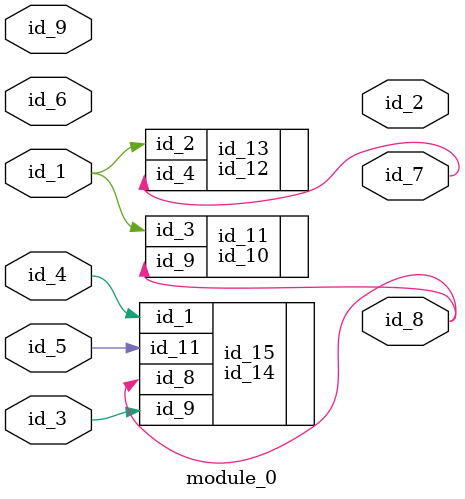
<source format=v>
module module_0 (
    id_1,
    id_2,
    id_3,
    id_4,
    id_5,
    id_6,
    id_7,
    id_8,
    id_9
);
  input id_9;
  output id_8;
  output id_7;
  input id_6;
  input id_5;
  input id_4;
  input id_3;
  output id_2;
  input id_1;
  id_10 id_11 (
      .id_9(id_8),
      .id_3(id_1)
  );
  id_12 id_13 (
      .id_4(id_7),
      .id_2(id_1)
  );
  id_14 id_15 (
      .id_8 (id_8),
      .id_1 (id_4),
      .id_9 (id_3),
      .id_11(id_11),
      .id_11(id_5)
  );
endmodule

</source>
